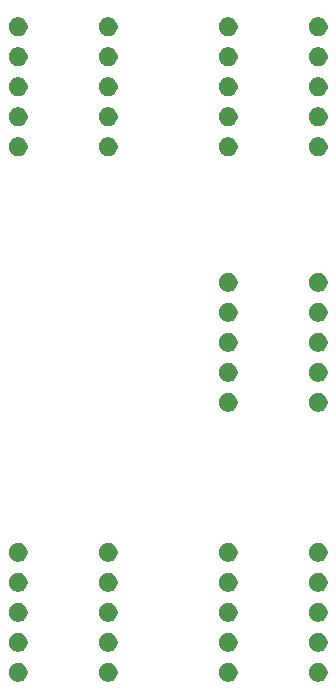
<source format=gbr>
G04 #@! TF.GenerationSoftware,KiCad,Pcbnew,5.0.2+dfsg1-1*
G04 #@! TF.CreationDate,2019-05-06T01:44:38+03:00*
G04 #@! TF.ProjectId,cps1_adapter,63707331-5f61-4646-9170-7465722e6b69,rev?*
G04 #@! TF.SameCoordinates,Original*
G04 #@! TF.FileFunction,Soldermask,Bot*
G04 #@! TF.FilePolarity,Negative*
%FSLAX46Y46*%
G04 Gerber Fmt 4.6, Leading zero omitted, Abs format (unit mm)*
G04 Created by KiCad (PCBNEW 5.0.2+dfsg1-1) date 2019-05-06T01:44:38 EEST*
%MOMM*%
%LPD*%
G01*
G04 APERTURE LIST*
%ADD10C,0.100000*%
G04 APERTURE END LIST*
D10*
G36*
X69078585Y-89389974D02*
X69224322Y-89450340D01*
X69355481Y-89537978D01*
X69467022Y-89649519D01*
X69554660Y-89780678D01*
X69615026Y-89926415D01*
X69645800Y-90081127D01*
X69645800Y-90238873D01*
X69615026Y-90393585D01*
X69554660Y-90539322D01*
X69467022Y-90670481D01*
X69355481Y-90782022D01*
X69224322Y-90869660D01*
X69078585Y-90930026D01*
X68923873Y-90960800D01*
X68766127Y-90960800D01*
X68611415Y-90930026D01*
X68465678Y-90869660D01*
X68334519Y-90782022D01*
X68222978Y-90670481D01*
X68135340Y-90539322D01*
X68074974Y-90393585D01*
X68044200Y-90238873D01*
X68044200Y-90081127D01*
X68074974Y-89926415D01*
X68135340Y-89780678D01*
X68222978Y-89649519D01*
X68334519Y-89537978D01*
X68465678Y-89450340D01*
X68611415Y-89389974D01*
X68766127Y-89359200D01*
X68923873Y-89359200D01*
X69078585Y-89389974D01*
X69078585Y-89389974D01*
G37*
G36*
X61458585Y-89389974D02*
X61604322Y-89450340D01*
X61735481Y-89537978D01*
X61847022Y-89649519D01*
X61934660Y-89780678D01*
X61995026Y-89926415D01*
X62025800Y-90081127D01*
X62025800Y-90238873D01*
X61995026Y-90393585D01*
X61934660Y-90539322D01*
X61847022Y-90670481D01*
X61735481Y-90782022D01*
X61604322Y-90869660D01*
X61458585Y-90930026D01*
X61303873Y-90960800D01*
X61146127Y-90960800D01*
X60991415Y-90930026D01*
X60845678Y-90869660D01*
X60714519Y-90782022D01*
X60602978Y-90670481D01*
X60515340Y-90539322D01*
X60454974Y-90393585D01*
X60424200Y-90238873D01*
X60424200Y-90081127D01*
X60454974Y-89926415D01*
X60515340Y-89780678D01*
X60602978Y-89649519D01*
X60714519Y-89537978D01*
X60845678Y-89450340D01*
X60991415Y-89389974D01*
X61146127Y-89359200D01*
X61303873Y-89359200D01*
X61458585Y-89389974D01*
X61458585Y-89389974D01*
G37*
G36*
X51298585Y-89389974D02*
X51444322Y-89450340D01*
X51575481Y-89537978D01*
X51687022Y-89649519D01*
X51774660Y-89780678D01*
X51835026Y-89926415D01*
X51865800Y-90081127D01*
X51865800Y-90238873D01*
X51835026Y-90393585D01*
X51774660Y-90539322D01*
X51687022Y-90670481D01*
X51575481Y-90782022D01*
X51444322Y-90869660D01*
X51298585Y-90930026D01*
X51143873Y-90960800D01*
X50986127Y-90960800D01*
X50831415Y-90930026D01*
X50685678Y-90869660D01*
X50554519Y-90782022D01*
X50442978Y-90670481D01*
X50355340Y-90539322D01*
X50294974Y-90393585D01*
X50264200Y-90238873D01*
X50264200Y-90081127D01*
X50294974Y-89926415D01*
X50355340Y-89780678D01*
X50442978Y-89649519D01*
X50554519Y-89537978D01*
X50685678Y-89450340D01*
X50831415Y-89389974D01*
X50986127Y-89359200D01*
X51143873Y-89359200D01*
X51298585Y-89389974D01*
X51298585Y-89389974D01*
G37*
G36*
X43678585Y-89389974D02*
X43824322Y-89450340D01*
X43955481Y-89537978D01*
X44067022Y-89649519D01*
X44154660Y-89780678D01*
X44215026Y-89926415D01*
X44245800Y-90081127D01*
X44245800Y-90238873D01*
X44215026Y-90393585D01*
X44154660Y-90539322D01*
X44067022Y-90670481D01*
X43955481Y-90782022D01*
X43824322Y-90869660D01*
X43678585Y-90930026D01*
X43523873Y-90960800D01*
X43366127Y-90960800D01*
X43211415Y-90930026D01*
X43065678Y-90869660D01*
X42934519Y-90782022D01*
X42822978Y-90670481D01*
X42735340Y-90539322D01*
X42674974Y-90393585D01*
X42644200Y-90238873D01*
X42644200Y-90081127D01*
X42674974Y-89926415D01*
X42735340Y-89780678D01*
X42822978Y-89649519D01*
X42934519Y-89537978D01*
X43065678Y-89450340D01*
X43211415Y-89389974D01*
X43366127Y-89359200D01*
X43523873Y-89359200D01*
X43678585Y-89389974D01*
X43678585Y-89389974D01*
G37*
G36*
X43678585Y-86849974D02*
X43824322Y-86910340D01*
X43955481Y-86997978D01*
X44067022Y-87109519D01*
X44154660Y-87240678D01*
X44215026Y-87386415D01*
X44245800Y-87541127D01*
X44245800Y-87698873D01*
X44215026Y-87853585D01*
X44154660Y-87999322D01*
X44067022Y-88130481D01*
X43955481Y-88242022D01*
X43824322Y-88329660D01*
X43678585Y-88390026D01*
X43523873Y-88420800D01*
X43366127Y-88420800D01*
X43211415Y-88390026D01*
X43065678Y-88329660D01*
X42934519Y-88242022D01*
X42822978Y-88130481D01*
X42735340Y-87999322D01*
X42674974Y-87853585D01*
X42644200Y-87698873D01*
X42644200Y-87541127D01*
X42674974Y-87386415D01*
X42735340Y-87240678D01*
X42822978Y-87109519D01*
X42934519Y-86997978D01*
X43065678Y-86910340D01*
X43211415Y-86849974D01*
X43366127Y-86819200D01*
X43523873Y-86819200D01*
X43678585Y-86849974D01*
X43678585Y-86849974D01*
G37*
G36*
X69078585Y-86849974D02*
X69224322Y-86910340D01*
X69355481Y-86997978D01*
X69467022Y-87109519D01*
X69554660Y-87240678D01*
X69615026Y-87386415D01*
X69645800Y-87541127D01*
X69645800Y-87698873D01*
X69615026Y-87853585D01*
X69554660Y-87999322D01*
X69467022Y-88130481D01*
X69355481Y-88242022D01*
X69224322Y-88329660D01*
X69078585Y-88390026D01*
X68923873Y-88420800D01*
X68766127Y-88420800D01*
X68611415Y-88390026D01*
X68465678Y-88329660D01*
X68334519Y-88242022D01*
X68222978Y-88130481D01*
X68135340Y-87999322D01*
X68074974Y-87853585D01*
X68044200Y-87698873D01*
X68044200Y-87541127D01*
X68074974Y-87386415D01*
X68135340Y-87240678D01*
X68222978Y-87109519D01*
X68334519Y-86997978D01*
X68465678Y-86910340D01*
X68611415Y-86849974D01*
X68766127Y-86819200D01*
X68923873Y-86819200D01*
X69078585Y-86849974D01*
X69078585Y-86849974D01*
G37*
G36*
X51298585Y-86849974D02*
X51444322Y-86910340D01*
X51575481Y-86997978D01*
X51687022Y-87109519D01*
X51774660Y-87240678D01*
X51835026Y-87386415D01*
X51865800Y-87541127D01*
X51865800Y-87698873D01*
X51835026Y-87853585D01*
X51774660Y-87999322D01*
X51687022Y-88130481D01*
X51575481Y-88242022D01*
X51444322Y-88329660D01*
X51298585Y-88390026D01*
X51143873Y-88420800D01*
X50986127Y-88420800D01*
X50831415Y-88390026D01*
X50685678Y-88329660D01*
X50554519Y-88242022D01*
X50442978Y-88130481D01*
X50355340Y-87999322D01*
X50294974Y-87853585D01*
X50264200Y-87698873D01*
X50264200Y-87541127D01*
X50294974Y-87386415D01*
X50355340Y-87240678D01*
X50442978Y-87109519D01*
X50554519Y-86997978D01*
X50685678Y-86910340D01*
X50831415Y-86849974D01*
X50986127Y-86819200D01*
X51143873Y-86819200D01*
X51298585Y-86849974D01*
X51298585Y-86849974D01*
G37*
G36*
X61458585Y-86849974D02*
X61604322Y-86910340D01*
X61735481Y-86997978D01*
X61847022Y-87109519D01*
X61934660Y-87240678D01*
X61995026Y-87386415D01*
X62025800Y-87541127D01*
X62025800Y-87698873D01*
X61995026Y-87853585D01*
X61934660Y-87999322D01*
X61847022Y-88130481D01*
X61735481Y-88242022D01*
X61604322Y-88329660D01*
X61458585Y-88390026D01*
X61303873Y-88420800D01*
X61146127Y-88420800D01*
X60991415Y-88390026D01*
X60845678Y-88329660D01*
X60714519Y-88242022D01*
X60602978Y-88130481D01*
X60515340Y-87999322D01*
X60454974Y-87853585D01*
X60424200Y-87698873D01*
X60424200Y-87541127D01*
X60454974Y-87386415D01*
X60515340Y-87240678D01*
X60602978Y-87109519D01*
X60714519Y-86997978D01*
X60845678Y-86910340D01*
X60991415Y-86849974D01*
X61146127Y-86819200D01*
X61303873Y-86819200D01*
X61458585Y-86849974D01*
X61458585Y-86849974D01*
G37*
G36*
X69078585Y-84309974D02*
X69224322Y-84370340D01*
X69355481Y-84457978D01*
X69467022Y-84569519D01*
X69554660Y-84700678D01*
X69615026Y-84846415D01*
X69645800Y-85001127D01*
X69645800Y-85158873D01*
X69615026Y-85313585D01*
X69554660Y-85459322D01*
X69467022Y-85590481D01*
X69355481Y-85702022D01*
X69224322Y-85789660D01*
X69078585Y-85850026D01*
X68923873Y-85880800D01*
X68766127Y-85880800D01*
X68611415Y-85850026D01*
X68465678Y-85789660D01*
X68334519Y-85702022D01*
X68222978Y-85590481D01*
X68135340Y-85459322D01*
X68074974Y-85313585D01*
X68044200Y-85158873D01*
X68044200Y-85001127D01*
X68074974Y-84846415D01*
X68135340Y-84700678D01*
X68222978Y-84569519D01*
X68334519Y-84457978D01*
X68465678Y-84370340D01*
X68611415Y-84309974D01*
X68766127Y-84279200D01*
X68923873Y-84279200D01*
X69078585Y-84309974D01*
X69078585Y-84309974D01*
G37*
G36*
X43678585Y-84309974D02*
X43824322Y-84370340D01*
X43955481Y-84457978D01*
X44067022Y-84569519D01*
X44154660Y-84700678D01*
X44215026Y-84846415D01*
X44245800Y-85001127D01*
X44245800Y-85158873D01*
X44215026Y-85313585D01*
X44154660Y-85459322D01*
X44067022Y-85590481D01*
X43955481Y-85702022D01*
X43824322Y-85789660D01*
X43678585Y-85850026D01*
X43523873Y-85880800D01*
X43366127Y-85880800D01*
X43211415Y-85850026D01*
X43065678Y-85789660D01*
X42934519Y-85702022D01*
X42822978Y-85590481D01*
X42735340Y-85459322D01*
X42674974Y-85313585D01*
X42644200Y-85158873D01*
X42644200Y-85001127D01*
X42674974Y-84846415D01*
X42735340Y-84700678D01*
X42822978Y-84569519D01*
X42934519Y-84457978D01*
X43065678Y-84370340D01*
X43211415Y-84309974D01*
X43366127Y-84279200D01*
X43523873Y-84279200D01*
X43678585Y-84309974D01*
X43678585Y-84309974D01*
G37*
G36*
X51298585Y-84309974D02*
X51444322Y-84370340D01*
X51575481Y-84457978D01*
X51687022Y-84569519D01*
X51774660Y-84700678D01*
X51835026Y-84846415D01*
X51865800Y-85001127D01*
X51865800Y-85158873D01*
X51835026Y-85313585D01*
X51774660Y-85459322D01*
X51687022Y-85590481D01*
X51575481Y-85702022D01*
X51444322Y-85789660D01*
X51298585Y-85850026D01*
X51143873Y-85880800D01*
X50986127Y-85880800D01*
X50831415Y-85850026D01*
X50685678Y-85789660D01*
X50554519Y-85702022D01*
X50442978Y-85590481D01*
X50355340Y-85459322D01*
X50294974Y-85313585D01*
X50264200Y-85158873D01*
X50264200Y-85001127D01*
X50294974Y-84846415D01*
X50355340Y-84700678D01*
X50442978Y-84569519D01*
X50554519Y-84457978D01*
X50685678Y-84370340D01*
X50831415Y-84309974D01*
X50986127Y-84279200D01*
X51143873Y-84279200D01*
X51298585Y-84309974D01*
X51298585Y-84309974D01*
G37*
G36*
X61458585Y-84309974D02*
X61604322Y-84370340D01*
X61735481Y-84457978D01*
X61847022Y-84569519D01*
X61934660Y-84700678D01*
X61995026Y-84846415D01*
X62025800Y-85001127D01*
X62025800Y-85158873D01*
X61995026Y-85313585D01*
X61934660Y-85459322D01*
X61847022Y-85590481D01*
X61735481Y-85702022D01*
X61604322Y-85789660D01*
X61458585Y-85850026D01*
X61303873Y-85880800D01*
X61146127Y-85880800D01*
X60991415Y-85850026D01*
X60845678Y-85789660D01*
X60714519Y-85702022D01*
X60602978Y-85590481D01*
X60515340Y-85459322D01*
X60454974Y-85313585D01*
X60424200Y-85158873D01*
X60424200Y-85001127D01*
X60454974Y-84846415D01*
X60515340Y-84700678D01*
X60602978Y-84569519D01*
X60714519Y-84457978D01*
X60845678Y-84370340D01*
X60991415Y-84309974D01*
X61146127Y-84279200D01*
X61303873Y-84279200D01*
X61458585Y-84309974D01*
X61458585Y-84309974D01*
G37*
G36*
X43678585Y-81769974D02*
X43824322Y-81830340D01*
X43955481Y-81917978D01*
X44067022Y-82029519D01*
X44154660Y-82160678D01*
X44215026Y-82306415D01*
X44245800Y-82461127D01*
X44245800Y-82618873D01*
X44215026Y-82773585D01*
X44154660Y-82919322D01*
X44067022Y-83050481D01*
X43955481Y-83162022D01*
X43824322Y-83249660D01*
X43678585Y-83310026D01*
X43523873Y-83340800D01*
X43366127Y-83340800D01*
X43211415Y-83310026D01*
X43065678Y-83249660D01*
X42934519Y-83162022D01*
X42822978Y-83050481D01*
X42735340Y-82919322D01*
X42674974Y-82773585D01*
X42644200Y-82618873D01*
X42644200Y-82461127D01*
X42674974Y-82306415D01*
X42735340Y-82160678D01*
X42822978Y-82029519D01*
X42934519Y-81917978D01*
X43065678Y-81830340D01*
X43211415Y-81769974D01*
X43366127Y-81739200D01*
X43523873Y-81739200D01*
X43678585Y-81769974D01*
X43678585Y-81769974D01*
G37*
G36*
X51298585Y-81769974D02*
X51444322Y-81830340D01*
X51575481Y-81917978D01*
X51687022Y-82029519D01*
X51774660Y-82160678D01*
X51835026Y-82306415D01*
X51865800Y-82461127D01*
X51865800Y-82618873D01*
X51835026Y-82773585D01*
X51774660Y-82919322D01*
X51687022Y-83050481D01*
X51575481Y-83162022D01*
X51444322Y-83249660D01*
X51298585Y-83310026D01*
X51143873Y-83340800D01*
X50986127Y-83340800D01*
X50831415Y-83310026D01*
X50685678Y-83249660D01*
X50554519Y-83162022D01*
X50442978Y-83050481D01*
X50355340Y-82919322D01*
X50294974Y-82773585D01*
X50264200Y-82618873D01*
X50264200Y-82461127D01*
X50294974Y-82306415D01*
X50355340Y-82160678D01*
X50442978Y-82029519D01*
X50554519Y-81917978D01*
X50685678Y-81830340D01*
X50831415Y-81769974D01*
X50986127Y-81739200D01*
X51143873Y-81739200D01*
X51298585Y-81769974D01*
X51298585Y-81769974D01*
G37*
G36*
X61458585Y-81769974D02*
X61604322Y-81830340D01*
X61735481Y-81917978D01*
X61847022Y-82029519D01*
X61934660Y-82160678D01*
X61995026Y-82306415D01*
X62025800Y-82461127D01*
X62025800Y-82618873D01*
X61995026Y-82773585D01*
X61934660Y-82919322D01*
X61847022Y-83050481D01*
X61735481Y-83162022D01*
X61604322Y-83249660D01*
X61458585Y-83310026D01*
X61303873Y-83340800D01*
X61146127Y-83340800D01*
X60991415Y-83310026D01*
X60845678Y-83249660D01*
X60714519Y-83162022D01*
X60602978Y-83050481D01*
X60515340Y-82919322D01*
X60454974Y-82773585D01*
X60424200Y-82618873D01*
X60424200Y-82461127D01*
X60454974Y-82306415D01*
X60515340Y-82160678D01*
X60602978Y-82029519D01*
X60714519Y-81917978D01*
X60845678Y-81830340D01*
X60991415Y-81769974D01*
X61146127Y-81739200D01*
X61303873Y-81739200D01*
X61458585Y-81769974D01*
X61458585Y-81769974D01*
G37*
G36*
X69078585Y-81769974D02*
X69224322Y-81830340D01*
X69355481Y-81917978D01*
X69467022Y-82029519D01*
X69554660Y-82160678D01*
X69615026Y-82306415D01*
X69645800Y-82461127D01*
X69645800Y-82618873D01*
X69615026Y-82773585D01*
X69554660Y-82919322D01*
X69467022Y-83050481D01*
X69355481Y-83162022D01*
X69224322Y-83249660D01*
X69078585Y-83310026D01*
X68923873Y-83340800D01*
X68766127Y-83340800D01*
X68611415Y-83310026D01*
X68465678Y-83249660D01*
X68334519Y-83162022D01*
X68222978Y-83050481D01*
X68135340Y-82919322D01*
X68074974Y-82773585D01*
X68044200Y-82618873D01*
X68044200Y-82461127D01*
X68074974Y-82306415D01*
X68135340Y-82160678D01*
X68222978Y-82029519D01*
X68334519Y-81917978D01*
X68465678Y-81830340D01*
X68611415Y-81769974D01*
X68766127Y-81739200D01*
X68923873Y-81739200D01*
X69078585Y-81769974D01*
X69078585Y-81769974D01*
G37*
G36*
X69078585Y-79229974D02*
X69224322Y-79290340D01*
X69355481Y-79377978D01*
X69467022Y-79489519D01*
X69554660Y-79620678D01*
X69615026Y-79766415D01*
X69645800Y-79921127D01*
X69645800Y-80078873D01*
X69615026Y-80233585D01*
X69554660Y-80379322D01*
X69467022Y-80510481D01*
X69355481Y-80622022D01*
X69224322Y-80709660D01*
X69078585Y-80770026D01*
X68923873Y-80800800D01*
X68766127Y-80800800D01*
X68611415Y-80770026D01*
X68465678Y-80709660D01*
X68334519Y-80622022D01*
X68222978Y-80510481D01*
X68135340Y-80379322D01*
X68074974Y-80233585D01*
X68044200Y-80078873D01*
X68044200Y-79921127D01*
X68074974Y-79766415D01*
X68135340Y-79620678D01*
X68222978Y-79489519D01*
X68334519Y-79377978D01*
X68465678Y-79290340D01*
X68611415Y-79229974D01*
X68766127Y-79199200D01*
X68923873Y-79199200D01*
X69078585Y-79229974D01*
X69078585Y-79229974D01*
G37*
G36*
X51298585Y-79229974D02*
X51444322Y-79290340D01*
X51575481Y-79377978D01*
X51687022Y-79489519D01*
X51774660Y-79620678D01*
X51835026Y-79766415D01*
X51865800Y-79921127D01*
X51865800Y-80078873D01*
X51835026Y-80233585D01*
X51774660Y-80379322D01*
X51687022Y-80510481D01*
X51575481Y-80622022D01*
X51444322Y-80709660D01*
X51298585Y-80770026D01*
X51143873Y-80800800D01*
X50986127Y-80800800D01*
X50831415Y-80770026D01*
X50685678Y-80709660D01*
X50554519Y-80622022D01*
X50442978Y-80510481D01*
X50355340Y-80379322D01*
X50294974Y-80233585D01*
X50264200Y-80078873D01*
X50264200Y-79921127D01*
X50294974Y-79766415D01*
X50355340Y-79620678D01*
X50442978Y-79489519D01*
X50554519Y-79377978D01*
X50685678Y-79290340D01*
X50831415Y-79229974D01*
X50986127Y-79199200D01*
X51143873Y-79199200D01*
X51298585Y-79229974D01*
X51298585Y-79229974D01*
G37*
G36*
X61458585Y-79229974D02*
X61604322Y-79290340D01*
X61735481Y-79377978D01*
X61847022Y-79489519D01*
X61934660Y-79620678D01*
X61995026Y-79766415D01*
X62025800Y-79921127D01*
X62025800Y-80078873D01*
X61995026Y-80233585D01*
X61934660Y-80379322D01*
X61847022Y-80510481D01*
X61735481Y-80622022D01*
X61604322Y-80709660D01*
X61458585Y-80770026D01*
X61303873Y-80800800D01*
X61146127Y-80800800D01*
X60991415Y-80770026D01*
X60845678Y-80709660D01*
X60714519Y-80622022D01*
X60602978Y-80510481D01*
X60515340Y-80379322D01*
X60454974Y-80233585D01*
X60424200Y-80078873D01*
X60424200Y-79921127D01*
X60454974Y-79766415D01*
X60515340Y-79620678D01*
X60602978Y-79489519D01*
X60714519Y-79377978D01*
X60845678Y-79290340D01*
X60991415Y-79229974D01*
X61146127Y-79199200D01*
X61303873Y-79199200D01*
X61458585Y-79229974D01*
X61458585Y-79229974D01*
G37*
G36*
X43678585Y-79229974D02*
X43824322Y-79290340D01*
X43955481Y-79377978D01*
X44067022Y-79489519D01*
X44154660Y-79620678D01*
X44215026Y-79766415D01*
X44245800Y-79921127D01*
X44245800Y-80078873D01*
X44215026Y-80233585D01*
X44154660Y-80379322D01*
X44067022Y-80510481D01*
X43955481Y-80622022D01*
X43824322Y-80709660D01*
X43678585Y-80770026D01*
X43523873Y-80800800D01*
X43366127Y-80800800D01*
X43211415Y-80770026D01*
X43065678Y-80709660D01*
X42934519Y-80622022D01*
X42822978Y-80510481D01*
X42735340Y-80379322D01*
X42674974Y-80233585D01*
X42644200Y-80078873D01*
X42644200Y-79921127D01*
X42674974Y-79766415D01*
X42735340Y-79620678D01*
X42822978Y-79489519D01*
X42934519Y-79377978D01*
X43065678Y-79290340D01*
X43211415Y-79229974D01*
X43366127Y-79199200D01*
X43523873Y-79199200D01*
X43678585Y-79229974D01*
X43678585Y-79229974D01*
G37*
G36*
X69078585Y-66529974D02*
X69224322Y-66590340D01*
X69355481Y-66677978D01*
X69467022Y-66789519D01*
X69554660Y-66920678D01*
X69615026Y-67066415D01*
X69645800Y-67221127D01*
X69645800Y-67378873D01*
X69615026Y-67533585D01*
X69554660Y-67679322D01*
X69467022Y-67810481D01*
X69355481Y-67922022D01*
X69224322Y-68009660D01*
X69078585Y-68070026D01*
X68923873Y-68100800D01*
X68766127Y-68100800D01*
X68611415Y-68070026D01*
X68465678Y-68009660D01*
X68334519Y-67922022D01*
X68222978Y-67810481D01*
X68135340Y-67679322D01*
X68074974Y-67533585D01*
X68044200Y-67378873D01*
X68044200Y-67221127D01*
X68074974Y-67066415D01*
X68135340Y-66920678D01*
X68222978Y-66789519D01*
X68334519Y-66677978D01*
X68465678Y-66590340D01*
X68611415Y-66529974D01*
X68766127Y-66499200D01*
X68923873Y-66499200D01*
X69078585Y-66529974D01*
X69078585Y-66529974D01*
G37*
G36*
X61458585Y-66529974D02*
X61604322Y-66590340D01*
X61735481Y-66677978D01*
X61847022Y-66789519D01*
X61934660Y-66920678D01*
X61995026Y-67066415D01*
X62025800Y-67221127D01*
X62025800Y-67378873D01*
X61995026Y-67533585D01*
X61934660Y-67679322D01*
X61847022Y-67810481D01*
X61735481Y-67922022D01*
X61604322Y-68009660D01*
X61458585Y-68070026D01*
X61303873Y-68100800D01*
X61146127Y-68100800D01*
X60991415Y-68070026D01*
X60845678Y-68009660D01*
X60714519Y-67922022D01*
X60602978Y-67810481D01*
X60515340Y-67679322D01*
X60454974Y-67533585D01*
X60424200Y-67378873D01*
X60424200Y-67221127D01*
X60454974Y-67066415D01*
X60515340Y-66920678D01*
X60602978Y-66789519D01*
X60714519Y-66677978D01*
X60845678Y-66590340D01*
X60991415Y-66529974D01*
X61146127Y-66499200D01*
X61303873Y-66499200D01*
X61458585Y-66529974D01*
X61458585Y-66529974D01*
G37*
G36*
X69078585Y-63989974D02*
X69224322Y-64050340D01*
X69355481Y-64137978D01*
X69467022Y-64249519D01*
X69554660Y-64380678D01*
X69615026Y-64526415D01*
X69645800Y-64681127D01*
X69645800Y-64838873D01*
X69615026Y-64993585D01*
X69554660Y-65139322D01*
X69467022Y-65270481D01*
X69355481Y-65382022D01*
X69224322Y-65469660D01*
X69078585Y-65530026D01*
X68923873Y-65560800D01*
X68766127Y-65560800D01*
X68611415Y-65530026D01*
X68465678Y-65469660D01*
X68334519Y-65382022D01*
X68222978Y-65270481D01*
X68135340Y-65139322D01*
X68074974Y-64993585D01*
X68044200Y-64838873D01*
X68044200Y-64681127D01*
X68074974Y-64526415D01*
X68135340Y-64380678D01*
X68222978Y-64249519D01*
X68334519Y-64137978D01*
X68465678Y-64050340D01*
X68611415Y-63989974D01*
X68766127Y-63959200D01*
X68923873Y-63959200D01*
X69078585Y-63989974D01*
X69078585Y-63989974D01*
G37*
G36*
X61458585Y-63989974D02*
X61604322Y-64050340D01*
X61735481Y-64137978D01*
X61847022Y-64249519D01*
X61934660Y-64380678D01*
X61995026Y-64526415D01*
X62025800Y-64681127D01*
X62025800Y-64838873D01*
X61995026Y-64993585D01*
X61934660Y-65139322D01*
X61847022Y-65270481D01*
X61735481Y-65382022D01*
X61604322Y-65469660D01*
X61458585Y-65530026D01*
X61303873Y-65560800D01*
X61146127Y-65560800D01*
X60991415Y-65530026D01*
X60845678Y-65469660D01*
X60714519Y-65382022D01*
X60602978Y-65270481D01*
X60515340Y-65139322D01*
X60454974Y-64993585D01*
X60424200Y-64838873D01*
X60424200Y-64681127D01*
X60454974Y-64526415D01*
X60515340Y-64380678D01*
X60602978Y-64249519D01*
X60714519Y-64137978D01*
X60845678Y-64050340D01*
X60991415Y-63989974D01*
X61146127Y-63959200D01*
X61303873Y-63959200D01*
X61458585Y-63989974D01*
X61458585Y-63989974D01*
G37*
G36*
X69078585Y-61449974D02*
X69224322Y-61510340D01*
X69355481Y-61597978D01*
X69467022Y-61709519D01*
X69554660Y-61840678D01*
X69615026Y-61986415D01*
X69645800Y-62141127D01*
X69645800Y-62298873D01*
X69615026Y-62453585D01*
X69554660Y-62599322D01*
X69467022Y-62730481D01*
X69355481Y-62842022D01*
X69224322Y-62929660D01*
X69078585Y-62990026D01*
X68923873Y-63020800D01*
X68766127Y-63020800D01*
X68611415Y-62990026D01*
X68465678Y-62929660D01*
X68334519Y-62842022D01*
X68222978Y-62730481D01*
X68135340Y-62599322D01*
X68074974Y-62453585D01*
X68044200Y-62298873D01*
X68044200Y-62141127D01*
X68074974Y-61986415D01*
X68135340Y-61840678D01*
X68222978Y-61709519D01*
X68334519Y-61597978D01*
X68465678Y-61510340D01*
X68611415Y-61449974D01*
X68766127Y-61419200D01*
X68923873Y-61419200D01*
X69078585Y-61449974D01*
X69078585Y-61449974D01*
G37*
G36*
X61458585Y-61449974D02*
X61604322Y-61510340D01*
X61735481Y-61597978D01*
X61847022Y-61709519D01*
X61934660Y-61840678D01*
X61995026Y-61986415D01*
X62025800Y-62141127D01*
X62025800Y-62298873D01*
X61995026Y-62453585D01*
X61934660Y-62599322D01*
X61847022Y-62730481D01*
X61735481Y-62842022D01*
X61604322Y-62929660D01*
X61458585Y-62990026D01*
X61303873Y-63020800D01*
X61146127Y-63020800D01*
X60991415Y-62990026D01*
X60845678Y-62929660D01*
X60714519Y-62842022D01*
X60602978Y-62730481D01*
X60515340Y-62599322D01*
X60454974Y-62453585D01*
X60424200Y-62298873D01*
X60424200Y-62141127D01*
X60454974Y-61986415D01*
X60515340Y-61840678D01*
X60602978Y-61709519D01*
X60714519Y-61597978D01*
X60845678Y-61510340D01*
X60991415Y-61449974D01*
X61146127Y-61419200D01*
X61303873Y-61419200D01*
X61458585Y-61449974D01*
X61458585Y-61449974D01*
G37*
G36*
X69078585Y-58909974D02*
X69224322Y-58970340D01*
X69355481Y-59057978D01*
X69467022Y-59169519D01*
X69554660Y-59300678D01*
X69615026Y-59446415D01*
X69645800Y-59601127D01*
X69645800Y-59758873D01*
X69615026Y-59913585D01*
X69554660Y-60059322D01*
X69467022Y-60190481D01*
X69355481Y-60302022D01*
X69224322Y-60389660D01*
X69078585Y-60450026D01*
X68923873Y-60480800D01*
X68766127Y-60480800D01*
X68611415Y-60450026D01*
X68465678Y-60389660D01*
X68334519Y-60302022D01*
X68222978Y-60190481D01*
X68135340Y-60059322D01*
X68074974Y-59913585D01*
X68044200Y-59758873D01*
X68044200Y-59601127D01*
X68074974Y-59446415D01*
X68135340Y-59300678D01*
X68222978Y-59169519D01*
X68334519Y-59057978D01*
X68465678Y-58970340D01*
X68611415Y-58909974D01*
X68766127Y-58879200D01*
X68923873Y-58879200D01*
X69078585Y-58909974D01*
X69078585Y-58909974D01*
G37*
G36*
X61458585Y-58909974D02*
X61604322Y-58970340D01*
X61735481Y-59057978D01*
X61847022Y-59169519D01*
X61934660Y-59300678D01*
X61995026Y-59446415D01*
X62025800Y-59601127D01*
X62025800Y-59758873D01*
X61995026Y-59913585D01*
X61934660Y-60059322D01*
X61847022Y-60190481D01*
X61735481Y-60302022D01*
X61604322Y-60389660D01*
X61458585Y-60450026D01*
X61303873Y-60480800D01*
X61146127Y-60480800D01*
X60991415Y-60450026D01*
X60845678Y-60389660D01*
X60714519Y-60302022D01*
X60602978Y-60190481D01*
X60515340Y-60059322D01*
X60454974Y-59913585D01*
X60424200Y-59758873D01*
X60424200Y-59601127D01*
X60454974Y-59446415D01*
X60515340Y-59300678D01*
X60602978Y-59169519D01*
X60714519Y-59057978D01*
X60845678Y-58970340D01*
X60991415Y-58909974D01*
X61146127Y-58879200D01*
X61303873Y-58879200D01*
X61458585Y-58909974D01*
X61458585Y-58909974D01*
G37*
G36*
X69078585Y-56369974D02*
X69224322Y-56430340D01*
X69355481Y-56517978D01*
X69467022Y-56629519D01*
X69554660Y-56760678D01*
X69615026Y-56906415D01*
X69645800Y-57061127D01*
X69645800Y-57218873D01*
X69615026Y-57373585D01*
X69554660Y-57519322D01*
X69467022Y-57650481D01*
X69355481Y-57762022D01*
X69224322Y-57849660D01*
X69078585Y-57910026D01*
X68923873Y-57940800D01*
X68766127Y-57940800D01*
X68611415Y-57910026D01*
X68465678Y-57849660D01*
X68334519Y-57762022D01*
X68222978Y-57650481D01*
X68135340Y-57519322D01*
X68074974Y-57373585D01*
X68044200Y-57218873D01*
X68044200Y-57061127D01*
X68074974Y-56906415D01*
X68135340Y-56760678D01*
X68222978Y-56629519D01*
X68334519Y-56517978D01*
X68465678Y-56430340D01*
X68611415Y-56369974D01*
X68766127Y-56339200D01*
X68923873Y-56339200D01*
X69078585Y-56369974D01*
X69078585Y-56369974D01*
G37*
G36*
X61458585Y-56369974D02*
X61604322Y-56430340D01*
X61735481Y-56517978D01*
X61847022Y-56629519D01*
X61934660Y-56760678D01*
X61995026Y-56906415D01*
X62025800Y-57061127D01*
X62025800Y-57218873D01*
X61995026Y-57373585D01*
X61934660Y-57519322D01*
X61847022Y-57650481D01*
X61735481Y-57762022D01*
X61604322Y-57849660D01*
X61458585Y-57910026D01*
X61303873Y-57940800D01*
X61146127Y-57940800D01*
X60991415Y-57910026D01*
X60845678Y-57849660D01*
X60714519Y-57762022D01*
X60602978Y-57650481D01*
X60515340Y-57519322D01*
X60454974Y-57373585D01*
X60424200Y-57218873D01*
X60424200Y-57061127D01*
X60454974Y-56906415D01*
X60515340Y-56760678D01*
X60602978Y-56629519D01*
X60714519Y-56517978D01*
X60845678Y-56430340D01*
X60991415Y-56369974D01*
X61146127Y-56339200D01*
X61303873Y-56339200D01*
X61458585Y-56369974D01*
X61458585Y-56369974D01*
G37*
G36*
X43678585Y-44889974D02*
X43824322Y-44950340D01*
X43955481Y-45037978D01*
X44067022Y-45149519D01*
X44154660Y-45280678D01*
X44215026Y-45426415D01*
X44245800Y-45581127D01*
X44245800Y-45738873D01*
X44215026Y-45893585D01*
X44154660Y-46039322D01*
X44067022Y-46170481D01*
X43955481Y-46282022D01*
X43824322Y-46369660D01*
X43678585Y-46430026D01*
X43523873Y-46460800D01*
X43366127Y-46460800D01*
X43211415Y-46430026D01*
X43065678Y-46369660D01*
X42934519Y-46282022D01*
X42822978Y-46170481D01*
X42735340Y-46039322D01*
X42674974Y-45893585D01*
X42644200Y-45738873D01*
X42644200Y-45581127D01*
X42674974Y-45426415D01*
X42735340Y-45280678D01*
X42822978Y-45149519D01*
X42934519Y-45037978D01*
X43065678Y-44950340D01*
X43211415Y-44889974D01*
X43366127Y-44859200D01*
X43523873Y-44859200D01*
X43678585Y-44889974D01*
X43678585Y-44889974D01*
G37*
G36*
X51298585Y-44889974D02*
X51444322Y-44950340D01*
X51575481Y-45037978D01*
X51687022Y-45149519D01*
X51774660Y-45280678D01*
X51835026Y-45426415D01*
X51865800Y-45581127D01*
X51865800Y-45738873D01*
X51835026Y-45893585D01*
X51774660Y-46039322D01*
X51687022Y-46170481D01*
X51575481Y-46282022D01*
X51444322Y-46369660D01*
X51298585Y-46430026D01*
X51143873Y-46460800D01*
X50986127Y-46460800D01*
X50831415Y-46430026D01*
X50685678Y-46369660D01*
X50554519Y-46282022D01*
X50442978Y-46170481D01*
X50355340Y-46039322D01*
X50294974Y-45893585D01*
X50264200Y-45738873D01*
X50264200Y-45581127D01*
X50294974Y-45426415D01*
X50355340Y-45280678D01*
X50442978Y-45149519D01*
X50554519Y-45037978D01*
X50685678Y-44950340D01*
X50831415Y-44889974D01*
X50986127Y-44859200D01*
X51143873Y-44859200D01*
X51298585Y-44889974D01*
X51298585Y-44889974D01*
G37*
G36*
X61458585Y-44889974D02*
X61604322Y-44950340D01*
X61735481Y-45037978D01*
X61847022Y-45149519D01*
X61934660Y-45280678D01*
X61995026Y-45426415D01*
X62025800Y-45581127D01*
X62025800Y-45738873D01*
X61995026Y-45893585D01*
X61934660Y-46039322D01*
X61847022Y-46170481D01*
X61735481Y-46282022D01*
X61604322Y-46369660D01*
X61458585Y-46430026D01*
X61303873Y-46460800D01*
X61146127Y-46460800D01*
X60991415Y-46430026D01*
X60845678Y-46369660D01*
X60714519Y-46282022D01*
X60602978Y-46170481D01*
X60515340Y-46039322D01*
X60454974Y-45893585D01*
X60424200Y-45738873D01*
X60424200Y-45581127D01*
X60454974Y-45426415D01*
X60515340Y-45280678D01*
X60602978Y-45149519D01*
X60714519Y-45037978D01*
X60845678Y-44950340D01*
X60991415Y-44889974D01*
X61146127Y-44859200D01*
X61303873Y-44859200D01*
X61458585Y-44889974D01*
X61458585Y-44889974D01*
G37*
G36*
X69078585Y-44889974D02*
X69224322Y-44950340D01*
X69355481Y-45037978D01*
X69467022Y-45149519D01*
X69554660Y-45280678D01*
X69615026Y-45426415D01*
X69645800Y-45581127D01*
X69645800Y-45738873D01*
X69615026Y-45893585D01*
X69554660Y-46039322D01*
X69467022Y-46170481D01*
X69355481Y-46282022D01*
X69224322Y-46369660D01*
X69078585Y-46430026D01*
X68923873Y-46460800D01*
X68766127Y-46460800D01*
X68611415Y-46430026D01*
X68465678Y-46369660D01*
X68334519Y-46282022D01*
X68222978Y-46170481D01*
X68135340Y-46039322D01*
X68074974Y-45893585D01*
X68044200Y-45738873D01*
X68044200Y-45581127D01*
X68074974Y-45426415D01*
X68135340Y-45280678D01*
X68222978Y-45149519D01*
X68334519Y-45037978D01*
X68465678Y-44950340D01*
X68611415Y-44889974D01*
X68766127Y-44859200D01*
X68923873Y-44859200D01*
X69078585Y-44889974D01*
X69078585Y-44889974D01*
G37*
G36*
X51298585Y-42349974D02*
X51444322Y-42410340D01*
X51575481Y-42497978D01*
X51687022Y-42609519D01*
X51774660Y-42740678D01*
X51835026Y-42886415D01*
X51865800Y-43041127D01*
X51865800Y-43198873D01*
X51835026Y-43353585D01*
X51774660Y-43499322D01*
X51687022Y-43630481D01*
X51575481Y-43742022D01*
X51444322Y-43829660D01*
X51298585Y-43890026D01*
X51143873Y-43920800D01*
X50986127Y-43920800D01*
X50831415Y-43890026D01*
X50685678Y-43829660D01*
X50554519Y-43742022D01*
X50442978Y-43630481D01*
X50355340Y-43499322D01*
X50294974Y-43353585D01*
X50264200Y-43198873D01*
X50264200Y-43041127D01*
X50294974Y-42886415D01*
X50355340Y-42740678D01*
X50442978Y-42609519D01*
X50554519Y-42497978D01*
X50685678Y-42410340D01*
X50831415Y-42349974D01*
X50986127Y-42319200D01*
X51143873Y-42319200D01*
X51298585Y-42349974D01*
X51298585Y-42349974D01*
G37*
G36*
X43678585Y-42349974D02*
X43824322Y-42410340D01*
X43955481Y-42497978D01*
X44067022Y-42609519D01*
X44154660Y-42740678D01*
X44215026Y-42886415D01*
X44245800Y-43041127D01*
X44245800Y-43198873D01*
X44215026Y-43353585D01*
X44154660Y-43499322D01*
X44067022Y-43630481D01*
X43955481Y-43742022D01*
X43824322Y-43829660D01*
X43678585Y-43890026D01*
X43523873Y-43920800D01*
X43366127Y-43920800D01*
X43211415Y-43890026D01*
X43065678Y-43829660D01*
X42934519Y-43742022D01*
X42822978Y-43630481D01*
X42735340Y-43499322D01*
X42674974Y-43353585D01*
X42644200Y-43198873D01*
X42644200Y-43041127D01*
X42674974Y-42886415D01*
X42735340Y-42740678D01*
X42822978Y-42609519D01*
X42934519Y-42497978D01*
X43065678Y-42410340D01*
X43211415Y-42349974D01*
X43366127Y-42319200D01*
X43523873Y-42319200D01*
X43678585Y-42349974D01*
X43678585Y-42349974D01*
G37*
G36*
X69078585Y-42349974D02*
X69224322Y-42410340D01*
X69355481Y-42497978D01*
X69467022Y-42609519D01*
X69554660Y-42740678D01*
X69615026Y-42886415D01*
X69645800Y-43041127D01*
X69645800Y-43198873D01*
X69615026Y-43353585D01*
X69554660Y-43499322D01*
X69467022Y-43630481D01*
X69355481Y-43742022D01*
X69224322Y-43829660D01*
X69078585Y-43890026D01*
X68923873Y-43920800D01*
X68766127Y-43920800D01*
X68611415Y-43890026D01*
X68465678Y-43829660D01*
X68334519Y-43742022D01*
X68222978Y-43630481D01*
X68135340Y-43499322D01*
X68074974Y-43353585D01*
X68044200Y-43198873D01*
X68044200Y-43041127D01*
X68074974Y-42886415D01*
X68135340Y-42740678D01*
X68222978Y-42609519D01*
X68334519Y-42497978D01*
X68465678Y-42410340D01*
X68611415Y-42349974D01*
X68766127Y-42319200D01*
X68923873Y-42319200D01*
X69078585Y-42349974D01*
X69078585Y-42349974D01*
G37*
G36*
X61458585Y-42349974D02*
X61604322Y-42410340D01*
X61735481Y-42497978D01*
X61847022Y-42609519D01*
X61934660Y-42740678D01*
X61995026Y-42886415D01*
X62025800Y-43041127D01*
X62025800Y-43198873D01*
X61995026Y-43353585D01*
X61934660Y-43499322D01*
X61847022Y-43630481D01*
X61735481Y-43742022D01*
X61604322Y-43829660D01*
X61458585Y-43890026D01*
X61303873Y-43920800D01*
X61146127Y-43920800D01*
X60991415Y-43890026D01*
X60845678Y-43829660D01*
X60714519Y-43742022D01*
X60602978Y-43630481D01*
X60515340Y-43499322D01*
X60454974Y-43353585D01*
X60424200Y-43198873D01*
X60424200Y-43041127D01*
X60454974Y-42886415D01*
X60515340Y-42740678D01*
X60602978Y-42609519D01*
X60714519Y-42497978D01*
X60845678Y-42410340D01*
X60991415Y-42349974D01*
X61146127Y-42319200D01*
X61303873Y-42319200D01*
X61458585Y-42349974D01*
X61458585Y-42349974D01*
G37*
G36*
X51298585Y-39809974D02*
X51444322Y-39870340D01*
X51575481Y-39957978D01*
X51687022Y-40069519D01*
X51774660Y-40200678D01*
X51835026Y-40346415D01*
X51865800Y-40501127D01*
X51865800Y-40658873D01*
X51835026Y-40813585D01*
X51774660Y-40959322D01*
X51687022Y-41090481D01*
X51575481Y-41202022D01*
X51444322Y-41289660D01*
X51298585Y-41350026D01*
X51143873Y-41380800D01*
X50986127Y-41380800D01*
X50831415Y-41350026D01*
X50685678Y-41289660D01*
X50554519Y-41202022D01*
X50442978Y-41090481D01*
X50355340Y-40959322D01*
X50294974Y-40813585D01*
X50264200Y-40658873D01*
X50264200Y-40501127D01*
X50294974Y-40346415D01*
X50355340Y-40200678D01*
X50442978Y-40069519D01*
X50554519Y-39957978D01*
X50685678Y-39870340D01*
X50831415Y-39809974D01*
X50986127Y-39779200D01*
X51143873Y-39779200D01*
X51298585Y-39809974D01*
X51298585Y-39809974D01*
G37*
G36*
X43678585Y-39809974D02*
X43824322Y-39870340D01*
X43955481Y-39957978D01*
X44067022Y-40069519D01*
X44154660Y-40200678D01*
X44215026Y-40346415D01*
X44245800Y-40501127D01*
X44245800Y-40658873D01*
X44215026Y-40813585D01*
X44154660Y-40959322D01*
X44067022Y-41090481D01*
X43955481Y-41202022D01*
X43824322Y-41289660D01*
X43678585Y-41350026D01*
X43523873Y-41380800D01*
X43366127Y-41380800D01*
X43211415Y-41350026D01*
X43065678Y-41289660D01*
X42934519Y-41202022D01*
X42822978Y-41090481D01*
X42735340Y-40959322D01*
X42674974Y-40813585D01*
X42644200Y-40658873D01*
X42644200Y-40501127D01*
X42674974Y-40346415D01*
X42735340Y-40200678D01*
X42822978Y-40069519D01*
X42934519Y-39957978D01*
X43065678Y-39870340D01*
X43211415Y-39809974D01*
X43366127Y-39779200D01*
X43523873Y-39779200D01*
X43678585Y-39809974D01*
X43678585Y-39809974D01*
G37*
G36*
X69078585Y-39809974D02*
X69224322Y-39870340D01*
X69355481Y-39957978D01*
X69467022Y-40069519D01*
X69554660Y-40200678D01*
X69615026Y-40346415D01*
X69645800Y-40501127D01*
X69645800Y-40658873D01*
X69615026Y-40813585D01*
X69554660Y-40959322D01*
X69467022Y-41090481D01*
X69355481Y-41202022D01*
X69224322Y-41289660D01*
X69078585Y-41350026D01*
X68923873Y-41380800D01*
X68766127Y-41380800D01*
X68611415Y-41350026D01*
X68465678Y-41289660D01*
X68334519Y-41202022D01*
X68222978Y-41090481D01*
X68135340Y-40959322D01*
X68074974Y-40813585D01*
X68044200Y-40658873D01*
X68044200Y-40501127D01*
X68074974Y-40346415D01*
X68135340Y-40200678D01*
X68222978Y-40069519D01*
X68334519Y-39957978D01*
X68465678Y-39870340D01*
X68611415Y-39809974D01*
X68766127Y-39779200D01*
X68923873Y-39779200D01*
X69078585Y-39809974D01*
X69078585Y-39809974D01*
G37*
G36*
X61458585Y-39809974D02*
X61604322Y-39870340D01*
X61735481Y-39957978D01*
X61847022Y-40069519D01*
X61934660Y-40200678D01*
X61995026Y-40346415D01*
X62025800Y-40501127D01*
X62025800Y-40658873D01*
X61995026Y-40813585D01*
X61934660Y-40959322D01*
X61847022Y-41090481D01*
X61735481Y-41202022D01*
X61604322Y-41289660D01*
X61458585Y-41350026D01*
X61303873Y-41380800D01*
X61146127Y-41380800D01*
X60991415Y-41350026D01*
X60845678Y-41289660D01*
X60714519Y-41202022D01*
X60602978Y-41090481D01*
X60515340Y-40959322D01*
X60454974Y-40813585D01*
X60424200Y-40658873D01*
X60424200Y-40501127D01*
X60454974Y-40346415D01*
X60515340Y-40200678D01*
X60602978Y-40069519D01*
X60714519Y-39957978D01*
X60845678Y-39870340D01*
X60991415Y-39809974D01*
X61146127Y-39779200D01*
X61303873Y-39779200D01*
X61458585Y-39809974D01*
X61458585Y-39809974D01*
G37*
G36*
X61458585Y-37269974D02*
X61604322Y-37330340D01*
X61735481Y-37417978D01*
X61847022Y-37529519D01*
X61934660Y-37660678D01*
X61995026Y-37806415D01*
X62025800Y-37961127D01*
X62025800Y-38118873D01*
X61995026Y-38273585D01*
X61934660Y-38419322D01*
X61847022Y-38550481D01*
X61735481Y-38662022D01*
X61604322Y-38749660D01*
X61458585Y-38810026D01*
X61303873Y-38840800D01*
X61146127Y-38840800D01*
X60991415Y-38810026D01*
X60845678Y-38749660D01*
X60714519Y-38662022D01*
X60602978Y-38550481D01*
X60515340Y-38419322D01*
X60454974Y-38273585D01*
X60424200Y-38118873D01*
X60424200Y-37961127D01*
X60454974Y-37806415D01*
X60515340Y-37660678D01*
X60602978Y-37529519D01*
X60714519Y-37417978D01*
X60845678Y-37330340D01*
X60991415Y-37269974D01*
X61146127Y-37239200D01*
X61303873Y-37239200D01*
X61458585Y-37269974D01*
X61458585Y-37269974D01*
G37*
G36*
X69078585Y-37269974D02*
X69224322Y-37330340D01*
X69355481Y-37417978D01*
X69467022Y-37529519D01*
X69554660Y-37660678D01*
X69615026Y-37806415D01*
X69645800Y-37961127D01*
X69645800Y-38118873D01*
X69615026Y-38273585D01*
X69554660Y-38419322D01*
X69467022Y-38550481D01*
X69355481Y-38662022D01*
X69224322Y-38749660D01*
X69078585Y-38810026D01*
X68923873Y-38840800D01*
X68766127Y-38840800D01*
X68611415Y-38810026D01*
X68465678Y-38749660D01*
X68334519Y-38662022D01*
X68222978Y-38550481D01*
X68135340Y-38419322D01*
X68074974Y-38273585D01*
X68044200Y-38118873D01*
X68044200Y-37961127D01*
X68074974Y-37806415D01*
X68135340Y-37660678D01*
X68222978Y-37529519D01*
X68334519Y-37417978D01*
X68465678Y-37330340D01*
X68611415Y-37269974D01*
X68766127Y-37239200D01*
X68923873Y-37239200D01*
X69078585Y-37269974D01*
X69078585Y-37269974D01*
G37*
G36*
X51298585Y-37269974D02*
X51444322Y-37330340D01*
X51575481Y-37417978D01*
X51687022Y-37529519D01*
X51774660Y-37660678D01*
X51835026Y-37806415D01*
X51865800Y-37961127D01*
X51865800Y-38118873D01*
X51835026Y-38273585D01*
X51774660Y-38419322D01*
X51687022Y-38550481D01*
X51575481Y-38662022D01*
X51444322Y-38749660D01*
X51298585Y-38810026D01*
X51143873Y-38840800D01*
X50986127Y-38840800D01*
X50831415Y-38810026D01*
X50685678Y-38749660D01*
X50554519Y-38662022D01*
X50442978Y-38550481D01*
X50355340Y-38419322D01*
X50294974Y-38273585D01*
X50264200Y-38118873D01*
X50264200Y-37961127D01*
X50294974Y-37806415D01*
X50355340Y-37660678D01*
X50442978Y-37529519D01*
X50554519Y-37417978D01*
X50685678Y-37330340D01*
X50831415Y-37269974D01*
X50986127Y-37239200D01*
X51143873Y-37239200D01*
X51298585Y-37269974D01*
X51298585Y-37269974D01*
G37*
G36*
X43678585Y-37269974D02*
X43824322Y-37330340D01*
X43955481Y-37417978D01*
X44067022Y-37529519D01*
X44154660Y-37660678D01*
X44215026Y-37806415D01*
X44245800Y-37961127D01*
X44245800Y-38118873D01*
X44215026Y-38273585D01*
X44154660Y-38419322D01*
X44067022Y-38550481D01*
X43955481Y-38662022D01*
X43824322Y-38749660D01*
X43678585Y-38810026D01*
X43523873Y-38840800D01*
X43366127Y-38840800D01*
X43211415Y-38810026D01*
X43065678Y-38749660D01*
X42934519Y-38662022D01*
X42822978Y-38550481D01*
X42735340Y-38419322D01*
X42674974Y-38273585D01*
X42644200Y-38118873D01*
X42644200Y-37961127D01*
X42674974Y-37806415D01*
X42735340Y-37660678D01*
X42822978Y-37529519D01*
X42934519Y-37417978D01*
X43065678Y-37330340D01*
X43211415Y-37269974D01*
X43366127Y-37239200D01*
X43523873Y-37239200D01*
X43678585Y-37269974D01*
X43678585Y-37269974D01*
G37*
G36*
X69078585Y-34729974D02*
X69224322Y-34790340D01*
X69355481Y-34877978D01*
X69467022Y-34989519D01*
X69554660Y-35120678D01*
X69615026Y-35266415D01*
X69645800Y-35421127D01*
X69645800Y-35578873D01*
X69615026Y-35733585D01*
X69554660Y-35879322D01*
X69467022Y-36010481D01*
X69355481Y-36122022D01*
X69224322Y-36209660D01*
X69078585Y-36270026D01*
X68923873Y-36300800D01*
X68766127Y-36300800D01*
X68611415Y-36270026D01*
X68465678Y-36209660D01*
X68334519Y-36122022D01*
X68222978Y-36010481D01*
X68135340Y-35879322D01*
X68074974Y-35733585D01*
X68044200Y-35578873D01*
X68044200Y-35421127D01*
X68074974Y-35266415D01*
X68135340Y-35120678D01*
X68222978Y-34989519D01*
X68334519Y-34877978D01*
X68465678Y-34790340D01*
X68611415Y-34729974D01*
X68766127Y-34699200D01*
X68923873Y-34699200D01*
X69078585Y-34729974D01*
X69078585Y-34729974D01*
G37*
G36*
X61458585Y-34729974D02*
X61604322Y-34790340D01*
X61735481Y-34877978D01*
X61847022Y-34989519D01*
X61934660Y-35120678D01*
X61995026Y-35266415D01*
X62025800Y-35421127D01*
X62025800Y-35578873D01*
X61995026Y-35733585D01*
X61934660Y-35879322D01*
X61847022Y-36010481D01*
X61735481Y-36122022D01*
X61604322Y-36209660D01*
X61458585Y-36270026D01*
X61303873Y-36300800D01*
X61146127Y-36300800D01*
X60991415Y-36270026D01*
X60845678Y-36209660D01*
X60714519Y-36122022D01*
X60602978Y-36010481D01*
X60515340Y-35879322D01*
X60454974Y-35733585D01*
X60424200Y-35578873D01*
X60424200Y-35421127D01*
X60454974Y-35266415D01*
X60515340Y-35120678D01*
X60602978Y-34989519D01*
X60714519Y-34877978D01*
X60845678Y-34790340D01*
X60991415Y-34729974D01*
X61146127Y-34699200D01*
X61303873Y-34699200D01*
X61458585Y-34729974D01*
X61458585Y-34729974D01*
G37*
G36*
X51298585Y-34729974D02*
X51444322Y-34790340D01*
X51575481Y-34877978D01*
X51687022Y-34989519D01*
X51774660Y-35120678D01*
X51835026Y-35266415D01*
X51865800Y-35421127D01*
X51865800Y-35578873D01*
X51835026Y-35733585D01*
X51774660Y-35879322D01*
X51687022Y-36010481D01*
X51575481Y-36122022D01*
X51444322Y-36209660D01*
X51298585Y-36270026D01*
X51143873Y-36300800D01*
X50986127Y-36300800D01*
X50831415Y-36270026D01*
X50685678Y-36209660D01*
X50554519Y-36122022D01*
X50442978Y-36010481D01*
X50355340Y-35879322D01*
X50294974Y-35733585D01*
X50264200Y-35578873D01*
X50264200Y-35421127D01*
X50294974Y-35266415D01*
X50355340Y-35120678D01*
X50442978Y-34989519D01*
X50554519Y-34877978D01*
X50685678Y-34790340D01*
X50831415Y-34729974D01*
X50986127Y-34699200D01*
X51143873Y-34699200D01*
X51298585Y-34729974D01*
X51298585Y-34729974D01*
G37*
G36*
X43678585Y-34729974D02*
X43824322Y-34790340D01*
X43955481Y-34877978D01*
X44067022Y-34989519D01*
X44154660Y-35120678D01*
X44215026Y-35266415D01*
X44245800Y-35421127D01*
X44245800Y-35578873D01*
X44215026Y-35733585D01*
X44154660Y-35879322D01*
X44067022Y-36010481D01*
X43955481Y-36122022D01*
X43824322Y-36209660D01*
X43678585Y-36270026D01*
X43523873Y-36300800D01*
X43366127Y-36300800D01*
X43211415Y-36270026D01*
X43065678Y-36209660D01*
X42934519Y-36122022D01*
X42822978Y-36010481D01*
X42735340Y-35879322D01*
X42674974Y-35733585D01*
X42644200Y-35578873D01*
X42644200Y-35421127D01*
X42674974Y-35266415D01*
X42735340Y-35120678D01*
X42822978Y-34989519D01*
X42934519Y-34877978D01*
X43065678Y-34790340D01*
X43211415Y-34729974D01*
X43366127Y-34699200D01*
X43523873Y-34699200D01*
X43678585Y-34729974D01*
X43678585Y-34729974D01*
G37*
M02*

</source>
